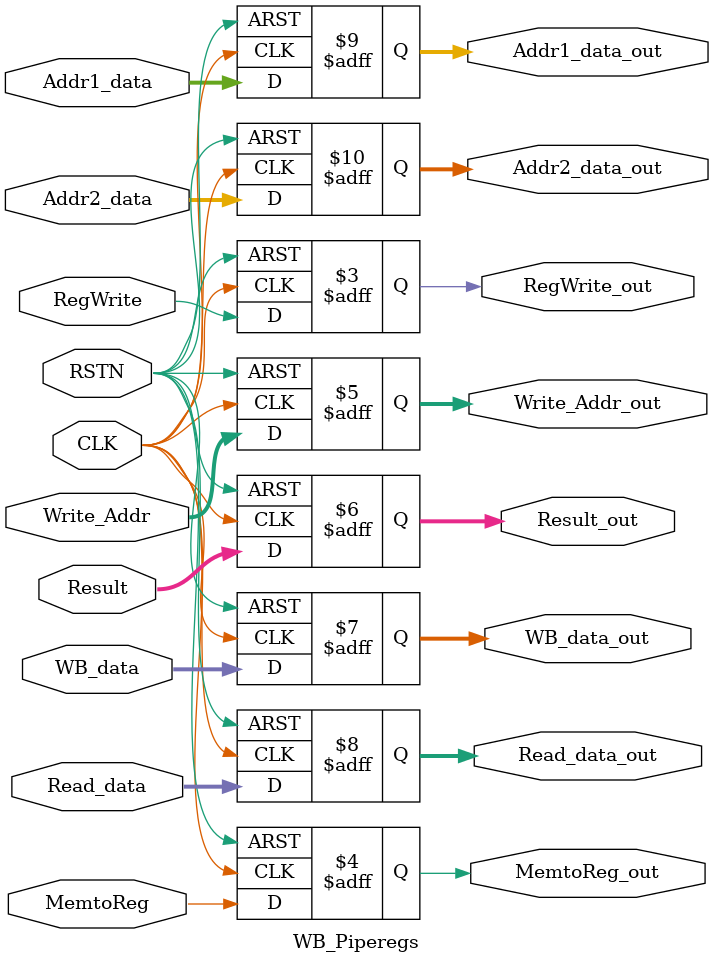
<source format=v>
module WB_Piperegs(
        input CLK, RSTN,
        input RegWrite, //WB signal
        input MemtoReg, //WB signal #When this bit is zero, it means that it is not from data memory    
        input [4:0] Write_Addr, //RA REGFILE address for WB values to go in
        input [31:0] Result, WB_data,
        input [31:0] Read_data, Addr1_data, Addr2_data, 
                     //DRDATA


        output reg RegWrite_out,
        output reg MemtoReg_out,
        output reg [4:0] Write_Addr_out,
        output reg [31:0] Result_out, WB_data_out,
        output reg [31:0] Read_data_out, Addr1_data_out, Addr2_data_out
        
);

        always @ (posedge CLK or negedge RSTN) begin
                if (~RSTN) begin
                        RegWrite_out <= 0;
                        MemtoReg_out <= 0;
                        Write_Addr_out <= 0;
                        Result_out <= 0;
                        Read_data_out <=0;
                        Addr1_data_out <= 0;
                        Addr2_data_out <= 0;
                        WB_data_out <= 0;

                end else begin
                        RegWrite_out <= RegWrite;
                        MemtoReg_out <= MemtoReg;
                        Write_Addr_out <= Write_Addr;
                        Result_out <= Result;
                        Read_data_out <= Read_data;
                        Addr1_data_out <= Addr1_data;
                        Addr2_data_out <= Addr2_data;
                        WB_data_out <= WB_data;

                end
        end
endmodule
</source>
